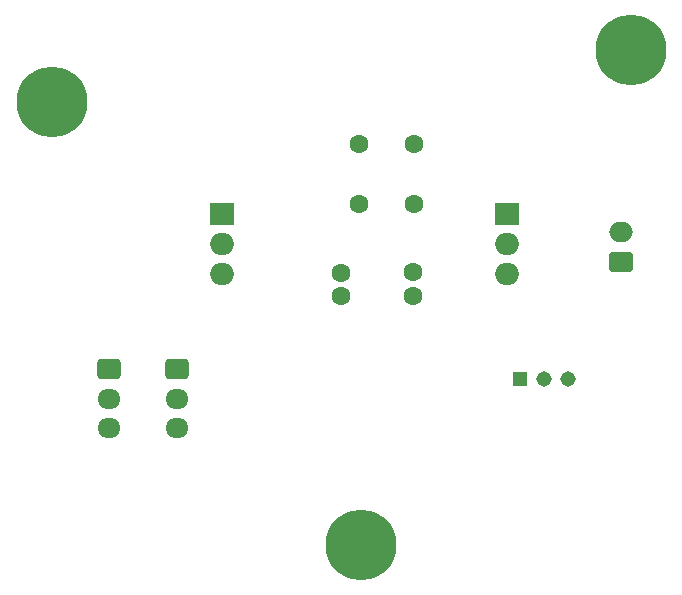
<source format=gbr>
%TF.GenerationSoftware,KiCad,Pcbnew,8.0.4*%
%TF.CreationDate,2024-08-09T17:24:51-06:00*%
%TF.ProjectId,ePotencia,65506f74-656e-4636-9961-2e6b69636164,rev?*%
%TF.SameCoordinates,Original*%
%TF.FileFunction,Copper,L1,Top*%
%TF.FilePolarity,Positive*%
%FSLAX46Y46*%
G04 Gerber Fmt 4.6, Leading zero omitted, Abs format (unit mm)*
G04 Created by KiCad (PCBNEW 8.0.4) date 2024-08-09 17:24:51*
%MOMM*%
%LPD*%
G01*
G04 APERTURE LIST*
G04 Aperture macros list*
%AMRoundRect*
0 Rectangle with rounded corners*
0 $1 Rounding radius*
0 $2 $3 $4 $5 $6 $7 $8 $9 X,Y pos of 4 corners*
0 Add a 4 corners polygon primitive as box body*
4,1,4,$2,$3,$4,$5,$6,$7,$8,$9,$2,$3,0*
0 Add four circle primitives for the rounded corners*
1,1,$1+$1,$2,$3*
1,1,$1+$1,$4,$5*
1,1,$1+$1,$6,$7*
1,1,$1+$1,$8,$9*
0 Add four rect primitives between the rounded corners*
20,1,$1+$1,$2,$3,$4,$5,0*
20,1,$1+$1,$4,$5,$6,$7,0*
20,1,$1+$1,$6,$7,$8,$9,0*
20,1,$1+$1,$8,$9,$2,$3,0*%
G04 Aperture macros list end*
%TA.AperFunction,ComponentPad*%
%ADD10R,2.000000X1.905000*%
%TD*%
%TA.AperFunction,ComponentPad*%
%ADD11O,2.000000X1.905000*%
%TD*%
%TA.AperFunction,ComponentPad*%
%ADD12C,6.000000*%
%TD*%
%TA.AperFunction,ComponentPad*%
%ADD13RoundRect,0.250000X0.750000X-0.600000X0.750000X0.600000X-0.750000X0.600000X-0.750000X-0.600000X0*%
%TD*%
%TA.AperFunction,ComponentPad*%
%ADD14O,2.000000X1.700000*%
%TD*%
%TA.AperFunction,ComponentPad*%
%ADD15RoundRect,0.250000X-0.725000X0.600000X-0.725000X-0.600000X0.725000X-0.600000X0.725000X0.600000X0*%
%TD*%
%TA.AperFunction,ComponentPad*%
%ADD16O,1.950000X1.700000*%
%TD*%
%TA.AperFunction,ComponentPad*%
%ADD17C,1.600000*%
%TD*%
%TA.AperFunction,ComponentPad*%
%ADD18R,1.308000X1.308000*%
%TD*%
%TA.AperFunction,ComponentPad*%
%ADD19C,1.308000*%
%TD*%
G04 APERTURE END LIST*
D10*
%TO.P,regulador3V1,1,GND*%
%TO.N,GND*%
X131525000Y-101345000D03*
D11*
%TO.P,regulador3V1,2,Vout*%
%TO.N,3.3v*%
X131525000Y-103885000D03*
%TO.P,regulador3V1,3,Vin*%
%TO.N,Net-(regulador3V1-Vin)*%
X131525000Y-106425000D03*
%TD*%
D12*
%TO.P,tornillo2,2*%
%TO.N,N/C*%
X166150000Y-87418174D03*
%TD*%
D13*
%TO.P,Vcc1,1,Pin_1*%
%TO.N,+9V*%
X165325000Y-105375000D03*
D14*
%TO.P,Vcc1,2,Pin_2*%
%TO.N,GND*%
X165325000Y-102875000D03*
%TD*%
D15*
%TO.P,conectoOut1,1,Pin_1*%
%TO.N,3.3v*%
X127750000Y-114475000D03*
D16*
%TO.P,conectoOut1,2,Pin_2*%
%TO.N,GND*%
X127750000Y-116975000D03*
%TO.P,conectoOut1,3,Pin_3*%
%TO.N,5v*%
X127750000Y-119475000D03*
%TD*%
D12*
%TO.P,tornillo1,1*%
%TO.N,N/C*%
X117125000Y-91868174D03*
%TD*%
%TO.P,tornillo3,3*%
%TO.N,N/C*%
X143275000Y-129393174D03*
%TD*%
D17*
%TO.P,cCeramicoDisco2,1*%
%TO.N,Net-(regulador3V1-Vin)*%
X147775000Y-95450000D03*
%TO.P,cCeramicoDisco2,2*%
%TO.N,GND*%
X147775000Y-100450000D03*
%TD*%
%TO.P,cElectrolitico1,1*%
%TO.N,3.3v*%
X141625000Y-108300000D03*
%TO.P,cElectrolitico1,2*%
%TO.N,GND*%
X141625000Y-106300000D03*
%TD*%
%TO.P,cCeramicoDisco1,1*%
%TO.N,Net-(regulador3V1-Vin)*%
X143175000Y-95450000D03*
%TO.P,cCeramicoDisco1,2*%
%TO.N,GND*%
X143175000Y-100450000D03*
%TD*%
%TO.P,CElectrolitico2,1*%
%TO.N,unconnected-(CElectrolitico2-Pad1)*%
X147750000Y-108275000D03*
%TO.P,CElectrolitico2,2*%
%TO.N,GND*%
X147750000Y-106275000D03*
%TD*%
D15*
%TO.P,conectoOut2,1,Pin_1*%
%TO.N,3.3v*%
X121975000Y-114475000D03*
D16*
%TO.P,conectoOut2,2,Pin_2*%
%TO.N,GND*%
X121975000Y-116975000D03*
%TO.P,conectoOut2,3,Pin_3*%
%TO.N,5v*%
X121975000Y-119475000D03*
%TD*%
D10*
%TO.P,regulador5v1,1,IN*%
%TO.N,Net-(regulador3V1-Vin)*%
X155675000Y-101345000D03*
D11*
%TO.P,regulador5v1,2,GND*%
%TO.N,GND*%
X155675000Y-103885000D03*
%TO.P,regulador5v1,3,OUT*%
%TO.N,unconnected-(CElectrolitico2-Pad1)*%
X155675000Y-106425000D03*
%TD*%
D18*
%TO.P,Switch1,1,1*%
%TO.N,unconnected-(Switch1-Pad1)*%
X156800000Y-115325000D03*
D19*
%TO.P,Switch1,2,2*%
%TO.N,Net-(regulador3V1-Vin)*%
X158800000Y-115325000D03*
%TO.P,Switch1,3,3*%
%TO.N,+9V*%
X160800000Y-115325000D03*
%TD*%
M02*

</source>
